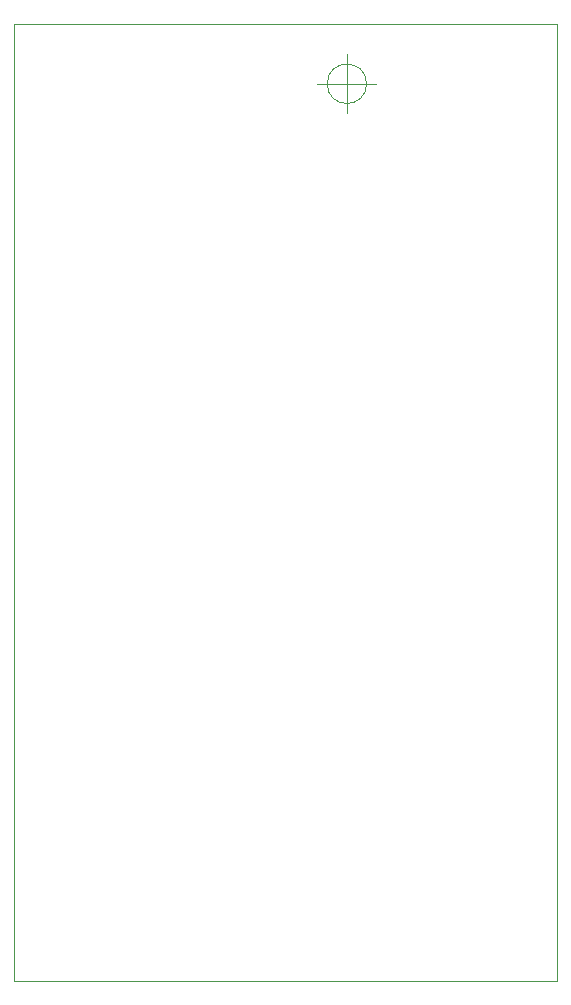
<source format=gbr>
G04 #@! TF.GenerationSoftware,KiCad,Pcbnew,5.1.2-1.fc30*
G04 #@! TF.CreationDate,2019-07-21T03:59:41+02:00*
G04 #@! TF.ProjectId,dasa,64617361-2e6b-4696-9361-645f70636258,rev?*
G04 #@! TF.SameCoordinates,Original*
G04 #@! TF.FileFunction,Profile,NP*
%FSLAX46Y46*%
G04 Gerber Fmt 4.6, Leading zero omitted, Abs format (unit mm)*
G04 Created by KiCad (PCBNEW 5.1.2-1.fc30) date 2019-07-21 03:59:41*
%MOMM*%
%LPD*%
G04 APERTURE LIST*
%ADD10C,0.050000*%
G04 APERTURE END LIST*
D10*
X138826666Y-43180000D02*
G75*
G03X138826666Y-43180000I-1666666J0D01*
G01*
X134660000Y-43180000D02*
X139660000Y-43180000D01*
X137160000Y-40680000D02*
X137160000Y-45680000D01*
X154940000Y-119126000D02*
X154940000Y-38100000D01*
X108966000Y-119126000D02*
X154940000Y-119126000D01*
X108966000Y-38100000D02*
X108966000Y-119126000D01*
X154940000Y-38100000D02*
X108966000Y-38100000D01*
M02*

</source>
